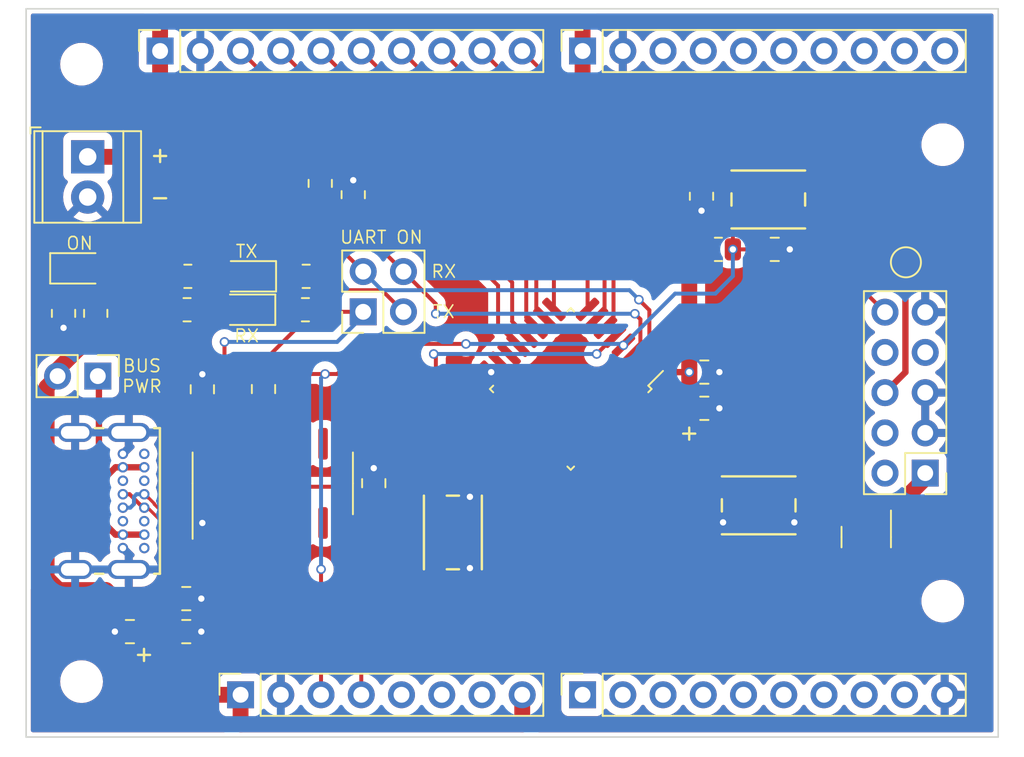
<source format=kicad_pcb>
(kicad_pcb (version 20221018) (generator pcbnew)
  (layers (0 "F.Cu" signal) (31 "B.Cu" signal) (34 "B.Paste" user) (35 "F.Paste" user) (36 "B.SilkS" user "B.Silkscreen") (37 "F.SilkS" user "F.Silkscreen") (38 "B.Mask" user) (39 "F.Mask" user) (44 "Edge.Cuts" user))
  (net 0 "")
  (net 1 "GND")
  (net 2 "Net-(U2-V3)")
  (net 3 "VCC")
  (net 4 "Net-(U2-DTR)")
  (net 5 "/NRST")
  (net 6 "Net-(D1-K)")
  (net 7 "Net-(D1-A)")
  (net 8 "Net-(D2-K)")
  (net 9 "Net-(D2-A)")
  (net 10 "Net-(J3-Pin_1)")
  (net 11 "Net-(D4-K)")
  (net 12 "Net-(D4-A)")
  (net 13 "Net-(JP1-A)")
  (net 15 "/USB_D+")
  (net 16 "/USB_D-")
  (net 20 "/PA13{slash}SWDIO")
  (net 21 "/SWO")
  (net 24 "/PA0")
  (net 25 "/PA1")
  (net 26 "/PA2")
  (net 27 "/PA3")
  (net 28 "/PA4")
  (net 29 "/PA5")
  (net 30 "/PA6")
  (net 31 "/PA7")
  (net 32 "/PA8")
  (net 33 "/PA9")
  (net 34 "/PA10")
  (net 35 "/PA11")
  (net 36 "/PA12")
  (net 37 "/PA15")
  (net 38 "/PB0")
  (net 39 "/PB1")
  (net 40 "/PB2")
  (net 41 "/PB3")
  (net 42 "/PB4")
  (net 43 "/PB5")
  (net 44 "/PB6")
  (net 45 "/PB7")
  (net 46 "/PB8")
  (net 47 "/PF3")
  (net 48 "/BOOT0")
  (net 49 "Net-(R8-Pad1)")
  (net 50 "/PY32_RX")
  (net 51 "/PY32_TX")
  (net 60 "/PY32_RXD")
  (net 61 "/PY32_TXD")
  (net 62 "/PA14{slash}SWDCLK")
  (footprint "Connector_PinSocket_2.54mm:PinSocket_1x10_P2.54mm_Vertical" (layer "F.Cu") (at 116.332 91.4908 90)
    (fp_text reference "J5" hide)
    (fp_text value "PA_HIGH")
  )
  (footprint "LED_SMD:LED_0805_2012Metric_Pad1.15x1.40mm_HandSolder" (layer "F.Cu") (at 95.0741 107.823 180)
    (fp_text reference "D1" hide)
    (fp_text value "LED")
  )
  (footprint "Puya:SW4_PTS815 SJM 250 SMTR LFS_CNK" (layer "F.Cu") (at 108.145001 121.884001 90)
    (fp_text reference "SW1" hide)
    (fp_text value "BTN_USR")
  )
  (footprint "Capacitor_SMD:C_0805_2012Metric" (layer "F.Cu") (at 124.018 111.76)
    (fp_text reference "C1" hide)
    (fp_text value "0.1uF")
  )
  (footprint "Capacitor_SMD:C_0805_2012Metric" (layer "F.Cu") (at 92.329 112.845801 90)
    (fp_text reference "C4" hide)
    (fp_text value "0.1uF")
  )
  (footprint "Puya:SW4_PTS815 SJM 250 SMTR LFS_CNK" (layer "F.Cu") (at 128.0566 100.8634 180)
    (fp_text reference "SW3" hide)
    (fp_text value "RESET")
  )
  (footprint "Capacitor_SMD:C_0805_2012Metric" (layer "F.Cu") (at 87.757 128.143 180)
    (fp_text reference "C9" hide)
    (fp_text value "10uF")
  )
  (footprint "Puya:SW4_PTS815 SJM 250 SMTR LFS_CNK" (layer "F.Cu") (at 127.4498 120.1715)
    (fp_text reference "SW2" hide)
    (fp_text value "BOOT0")
  )
  (footprint "Connector_PinHeader_2.54mm:PinHeader_2x05_P2.54mm_Vertical" (layer "F.Cu") (at 137.9626 118.1377 180)
    (fp_text reference "J3" hide)
    (fp_text value "SWD")
  )
  (footprint "MountingHole:MountingHole_2.2mm_M2" (layer "F.Cu") (at 139.0702 126.2178)
    (fp_text reference "H4" hide)
    (fp_text value "MountingHole")
  )
  (footprint "Package_TO_SOT_SMD:SOT-23" (layer "F.Cu") (at 134.239 122.174 -90)
    (fp_text reference "D3" hide)
    (fp_text value "BAT54C")
  )
  (footprint "Connector_PinSocket_2.54mm:PinSocket_1x10_P2.54mm_Vertical" (layer "F.Cu") (at 116.332 132.1308 90)
    (fp_text reference "J6" hide)
    (fp_text value "PB")
  )
  (footprint "Resistor_SMD:R_0805_2012Metric" (layer "F.Cu") (at 83.566 108.0535 90)
    (fp_text reference "R10" hide)
    (fp_text value "1K")
  )
  (footprint "Resistor_SMD:R_0805_2012Metric" (layer "F.Cu") (at 91.3657 107.823 180)
    (fp_text reference "R1" hide)
    (fp_text value "1K")
  )
  (footprint "Resistor_SMD:R_0805_2012Metric" (layer "F.Cu") (at 98.882202 105.7148 180)
    (fp_text reference "R4" hide)
    (fp_text value "1K")
  )
  (footprint "Capacitor_SMD:C_0805_2012Metric" (layer "F.Cu") (at 96.1898 112.8306 90)
    (fp_text reference "C5" hide)
    (fp_text value "100nF")
  )
  (footprint "PY32F030:PY32F030K28T6-LQFP-32_7x7mm_P0.8mm" (layer "F.Cu") (at 115.5852 112.8268 -135)
    (fp_text reference "U1" hide)
    (fp_text value "PY32F030K28T6")
  )
  (footprint "Capacitor_SMD:C_0805_2012Metric" (layer "F.Cu") (at 91.313 128.143)
    (fp_text reference "C8" hide)
    (fp_text value "0.1uF")
  )
  (footprint "Resistor_SMD:R_0805_2012Metric" (layer "F.Cu") (at 99.7712 99.8493 -90)
    (fp_text reference "R5" hide)
    (fp_text value "100K")
  )
  (footprint "LED_SMD:LED_0805_2012Metric_Pad1.15x1.40mm_HandSolder" (layer "F.Cu") (at 84.582 105.2106)
    (fp_text reference "D4" hide)
    (fp_text value "PWR_LED")
  )
  (footprint "Resistor_SMD:R_0805_2012Metric" (layer "F.Cu") (at 85.598 108.0535 -90)
    (fp_text reference "R9" hide)
    (fp_text value "1K")
  )
  (footprint "Resistor_SMD:R_0805_2012Metric" (layer "F.Cu") (at 123.8402 100.6602 -90)
    (fp_text reference "R8" hide)
    (fp_text value "100R")
  )
  (footprint "Connector_PinSocket_2.54mm:PinSocket_1x08_P2.54mm_Vertical" (layer "F.Cu") (at 94.742 132.1308 90)
    (fp_text reference "J7" hide)
    (fp_text value "UART_MCU")
  )
  (footprint "Connector_PinHeader_2.54mm:PinHeader_2x02_P2.54mm_Vertical" (layer "F.Cu") (at 102.484 107.955 90)
    (fp_text reference "J2" hide)
    (fp_text value "UART_EN")
  )
  (footprint "MountingHole:MountingHole_2.2mm_M2" (layer "F.Cu") (at 84.7038 92.3238)
    (fp_text reference "H1" hide)
    (fp_text value "MountingHole")
  )
  (footprint "Puya:CONN16_USB4085-GF-A_GCT" (layer "F.Cu") (at 88.663966 116.919985 -90)
    (fp_text reference "J1" hide)
    (fp_text value "USB4085-GF-A")
  )
  (footprint "Connector_PinSocket_2.54mm:PinSocket_1x10_P2.54mm_Vertical" (layer "F.Cu") (at 89.662 91.4908 90)
    (fp_text reference "J4" hide)
    (fp_text value "PA_LOW")
  )
  (footprint "MountingHole:MountingHole_2.2mm_M2" (layer "F.Cu") (at 139.0702 97.4038)
    (fp_text reference "H2" hide)
    (fp_text value "MountingHole")
  )
  (footprint "LED_SMD:LED_0805_2012Metric_Pad1.15x1.40mm_HandSolder" (layer "F.Cu") (at 95.123 105.7148 180)
    (fp_text reference "D2" hide)
    (fp_text value "LED")
  )
  (footprint "Capacitor_SMD:C_0805_2012Metric" (layer "F.Cu") (at 91.313 126.0602)
    (fp_text reference "C7" hide)
    (fp_text value "0.1uF")
  )
  (footprint "Capacitor_SMD:C_0805_2012Metric" (layer "F.Cu") (at 124.018 114.046)
    (fp_text reference "C2" hide)
    (fp_text value "1uF")
  )
  (footprint "MountingHole:MountingHole_2.2mm_M2" (layer "F.Cu") (at 84.7038 131.2978)
    (fp_text reference "H3" hide)
    (fp_text value "MountingHole")
  )
  (footprint "Resistor_SMD:R_0805_2012Metric" (layer "F.Cu") (at 98.8352 107.823 180)
    (fp_text reference "R3" hide)
    (fp_text value "1K")
  )
  (footprint "Resistor_SMD:R_0805_2012Metric" (layer "F.Cu") (at 124.907 104.013)
    (fp_text reference "R7" hide)
    (fp_text value "100K")
  )
  (footprint "Resistor_SMD:R_0805_2012Metric" (layer "F.Cu") (at 91.4146 105.7148 180)
    (fp_text reference "R2" hide)
    (fp_text value "1K")
  )
  (footprint "Connector_PinHeader_2.54mm:PinHeader_1x02_P2.54mm_Vertical" (layer "F.Cu") (at 85.73 112.014 -90)
    (fp_text reference "JP1" hide)
    (fp_text value "VBUS")
  )
  (footprint "Capacitor_SMD:C_0805_2012Metric" (layer "F.Cu") (at 103.1494 118.7742 -90)
    (fp_text reference "C3" hide)
    (fp_text value "0.1uF")
  )
  (footprint "Capacitor_SMD:C_0805_2012Metric" (layer "F.Cu") (at 128.463 104.013)
    (fp_text reference "C6" hide)
    (fp_text value "100nF")
  )
  (footprint "Package_SO:SOP-16_3.9x9.9mm_P1.27mm" (layer "F.Cu") (at 96.774 118.785 90)
    (fp_text reference "U2" hide)
    (fp_text value "CH340C")
  )
  (footprint "TerminalBlock_TE-Connectivity:TerminalBlock_TE_282834-2_1x02_P2.54mm_Horizontal" (layer "F.Cu") (at 85.09 98.171 -90)
    (fp_text reference "J8" hide)
    (fp_text value "EXT_PWR")
  )
  (footprint "TestPoint:TestPoint_Pad_D1.5mm" (layer "F.Cu") (at 136.7434 104.8281 -90)
    (fp_text reference "TP1" hide)
    (fp_text value "TestPoint")
  )
  (footprint "Resistor_SMD:R_0805_2012Metric" (layer "F.Cu") (at 101.854 100.5605 90)
    (fp_text reference "R6" hide)
    (fp_text value "100K")
  )
  (gr_line (start 142.5702 88.8238) (end 142.5702 134.7978) (stroke (width 0.1)) (layer "Edge.Cuts"))
  (gr_line (start 81.2038 134.7978) (end 81.2038 88.8238) (stroke (width 0.1)) (layer "Edge.Cuts"))
  (gr_line (start 81.2038 88.8238) (end 142.5702 88.8238) (stroke (width 0.1)) (layer "Edge.Cuts"))
  (gr_line (start 142.5702 134.7978) (end 81.2038 134.7978) (stroke (width 0.1)) (layer "Edge.Cuts"))
  (gr_text "UART ON" (at 103.632 103.251) (layer "F.SilkS") (effects (font (size 0.8 0.8) (thickness 0.1))))
  (gr_text "RX" (at 107.569 105.41) (layer "F.SilkS") (effects (font (size 0.8 0.8) (thickness 0.1))))
  (gr_text "TX" (at 95.123 104.14) (layer "F.SilkS") (effects (font (size 0.8 0.8) (thickness 0.1))))
  (gr_text "-" (at 89.662 100.711) (layer "F.SilkS") (effects (font (size 1 1))))
  (gr_text "+" (at 123.063 115.57) (layer "F.SilkS") (effects (font (size 1 1))))
  (gr_text "ON" (at 84.582 103.632) (layer "F.SilkS") (effects (font (size 0.8 0.8) (thickness 0.1))))
  (gr_text "+" (at 89.662 98.044) (layer "F.SilkS") (effects (font (size 1 1))))
  (gr_text "TX" (at 107.569 107.95) (layer "F.SilkS") (effects (font (size 0.8 0.8) (thickness 0.1))))
  (gr_text "RX" (at 95.123 109.474) (layer "F.SilkS") (effects (font (size 0.8 0.8) (thickness 0.1))))
  (gr_text "BUS\nPWR" (at 88.519 112.014) (layer "F.SilkS") (effects (font (size 0.8 0.8) (thickness 0.1))))
  (gr_text "+" (at 88.646 129.54) (layer "F.SilkS") (effects (font (size 1 1))))
  (via (at 86.807 128.143) (size 0.6) (drill 0.4) (layers "F.Cu" "B.Cu") (net 1))
  (via (at 124.968 111.76) (size 0.6) (drill 0.4) (layers "F.Cu" "B.Cu") (net 1))
  (via (at 92.263 128.143) (size 0.6) (drill 0.4) (layers "F.Cu" "B.Cu") (net 1))
  (via (at 101.854 99.648) (size 0.6) (drill 0.4) (layers "F.Cu" "B.Cu") (net 1))
  (via (at 103.1494 117.8242) (size 0.6) (drill 0.4) (layers "F.Cu" "B.Cu") (net 1))
  (via (at 92.263 126.0602) (size 0.6) (drill 0.4) (layers "F.Cu" "B.Cu") (net 1))
  (via (at 129.699801 121.246499) (size 0.6) (drill 0.4) (layers "F.Cu" "B.Cu") (net 1))
  (via (at 110.562408 111.763806) (size 0.6) (drill 0.4) (layers "F.Cu" "B.Cu") (net 1))
  (via (at 83.566 108.966) (size 0.6) (drill 0.4) (layers "F.Cu" "B.Cu") (net 1))
  (via (at 123.8402 101.5727) (size 0.6) (drill 0.4) (layers "F.Cu" "B.Cu") (net 1))
  (via (at 92.329 121.285) (size 0.6) (drill 0.4) (layers "F.Cu" "B.Cu") (net 1))
  (via (at 109.22 119.634) (size 0.6) (drill 0.4) (layers "F.Cu" "B.Cu") (net 1))
  (via (at 125.199799 121.246499) (size 0.6) (drill 0.4) (layers "F.Cu" "B.Cu") (net 1))
  (via (at 92.329 111.895801) (size 0.6) (drill 0.4) (layers "F.Cu" "B.Cu") (net 1))
  (via (at 109.22 124.134002) (size 0.6) (drill 0.4) (layers "F.Cu" "B.Cu") (net 1))
  (via (at 129.413 104.013) (size 0.6) (drill 0.4) (layers "F.Cu" "B.Cu") (net 1))
  (via (at 124.968 114.046) (size 0.6) (drill 0.4) (layers "F.Cu" "B.Cu") (net 1))
  (segment (start 102.4242 118.999) (end 103.1494 119.7242) (width 0.25) (layer "F.Cu") (net 2))
  (segment (start 96.139 121.285) (end 96.139 119.888) (width 0.25) (layer "F.Cu") (net 2))
  (segment (start 96.139 119.888) (end 97.028 118.999) (width 0.25) (layer "F.Cu") (net 2))
  (segment (start 97.028 118.999) (end 102.4242 118.999) (width 0.25) (layer "F.Cu") (net 2))
  (segment (start 89.535 98.171) (end 85.09 98.171) (width 1) (layer "F.Cu") (net 3))
  (segment (start 85.598 109.197003) (end 85.598 108.966) (width 1) (layer "F.Cu") (net 3))
  (segment (start 90.363 126.0602) (end 90.363 128.143) (width 1) (layer "F.Cu") (net 3))
  (segment (start 116.332 89.8778) (end 116.078 89.6238) (width 1) (layer "F.Cu") (net 3))
  (segment (start 89.662 98.044) (end 89.662 91.4908) (width 1) (layer "F.Cu") (net 3))
  (segment (start 89.535 98.171) (end 89.662 98.044) (width 1) (layer "F.Cu") (net 3))
  (segment (start 116.332 91.4908) (end 116.332 89.8778) (width 1) (layer "F.Cu") (net 3))
  (segment (start 94.742 132.1308) (end 92.6948 132.1308) (width 1) (layer "F.Cu") (net 3))
  (segment (start 83.19 112.014) (end 83.19 111.605003) (width 1) (layer "F.Cu") (net 3))
  (segment (start 119.507 101.981) (end 119.507 96.393) (width 1) (layer "F.Cu") (net 3))
  (segment (start 121.412 103.886) (end 119.507 101.981) (width 1) (layer "F.Cu") (net 3))
  (segment (start 83.260488 125.51997) (end 82.498966 124.758448) (width 1) (layer "F.Cu") (net 3))
  (segment (start 123.068 111.76) (end 123.068 104.9395) (width 1) (layer "F.Cu") (net 3))
  (segment (start 123.8675 103.886) (end 121.412 103.886) (width 1) (layer "F.Cu") (net 3))
  (segment (start 123.068 111.76) (end 123.068 114.046) (width 1) (layer "F.Cu") (net 3))
  (segment (start 123.064901 111.763099) (end 123.068 111.76) (width 0.4) (layer "F.Cu") (net 3))
  (segment (start 119.507 96.393) (end 116.332 93.218) (width 1) (layer "F.Cu") (net 3))
  (segment (start 82.498966 124.758448) (end 82.498966 112.705034) (width 1) (layer "F.Cu") (net 3))
  (segment (start 94.759 133.9978) (end 112.522 133.9978) (width 1) (layer "F.Cu") (net 3))
  (segment (start 90.4532 99.0892) (end 89.535 98.171) (width 1) (layer "F.Cu") (net 3))
  (segment (start 89.662 89.6408) (end 89.679 89.6238) (width 1) (layer "F.Cu") (net 3))
  (segment (start 90.4532 105.7402) (end 90.4532 99.0892) (width 1) (layer "F.Cu") (net 3))
  (segment (start 83.19 111.605003) (end 85.598 109.197003) (width 1) (layer "F.Cu") (net 3))
  (segment (start 91.570801 113.795801) (end 92.329 113.795801) (width 1) (layer "F.Cu") (net 3))
  (segment (start 92.329 116.285) (end 92.329 113.795801) (width 0.4) (layer "F.Cu") (net 3))
  (segment (start 90.4532 99.0892) (end 99.6188 99.0892) (width 1) (layer "F.Cu") (net 3))
  (segment (start 134.239 123.1115) (end 133.224418 123.1115) (width 1) (layer "F.Cu") (net 3))
  (segment (start 125.222 116.459) (end 123.068 114.305) (width 1) (layer "F.Cu") (net 3))
  (segment (start 112.522 133.9978) (end 112.522 132.1308) (width 1) (layer "F.Cu") (net 3))
  (segment (start 88.707 128.143) (end 88.707 127.974497) (width 1) (layer "F.Cu") (net 3))
  (segment (start 131.826 117.348) (end 130.937 116.459) (width 1) (layer "F.Cu") (net 3))
  (segment (start 90.424 109.717704) (end 90.424 112.649) (width 1) (layer "F.Cu") (net 3))
  (segment (start 99.6188 99.0892) (end 99.7712 98.9368) (width 1) (layer "F.Cu") (net 3))
  (segment (start 82.498966 112.705034) (end 83.19 112.014) (width 1) (layer "F.Cu") (net 3))
  (segment (start 123.068 104.9395) (end 123.9945 104.013) (width 1) (layer "F.Cu") (net 3))
  (segment (start 85.598 108.966) (end 89.3102 108.966) (width 1) (layer "F.Cu") (net 3))
  (segment (start 88.707 128.143) (end 90.363 128.143) (width 1) (layer "F.Cu") (net 3))
  (segment (start 92.6948 132.1308) (end 88.707 128.143) (width 1) (layer "F.Cu") (net 3))
  (segment (start 90.4532 107.823) (end 90.4532 105.7402) (width 1) (layer "F.Cu") (net 3))
  (segment (start 123.068 114.305) (end 123.068 114.046) (width 1) (layer "F.Cu") (net 3))
  (segment (start 89.662 91.4908) (end 89.662 89.6408) (width 1) (layer "F.Cu") (net 3))
  (segment (start 90.4532 107.823) (end 90.4532 109.688504) (width 1) (layer "F.Cu") (net 3))
  (segment (start 130.937 116.459) (end 125.222 116.459) (width 1) (layer "F.Cu") (net 3))
  (segment (start 94.742 132.1308) (end 94.742 133.9808) (width 1) (layer "F.Cu") (net 3))
  (segment (start 89.3102 108.966) (end 90.4532 107.823) (width 1) (layer "F.Cu") (net 3))
  (segment (start 133.224418 123.1115) (end 131.826 121.713082) (width 1) (layer "F.Cu") (net 3))
  (segment (start 131.826 121.713082) (end 131.826 117.348) (width 1) (layer "F.Cu") (net 3))
  (segment (start 88.707 127.974497) (end 86.252473 125.51997) (width 1) (layer "F.Cu") (net 3))
  (segment (start 120.607284 111.763099) (end 123.064901 111.763099) (width 0.4) (layer "F.Cu") (net 3))
  (segment (start 86.252473 125.51997) (end 83.260488 125.51997) (width 1) (layer "F.Cu") (net 3))
  (segment (start 90.4532 109.688504) (end 90.424 109.717704) (width 1) (layer "F.Cu") (net 3))
  (segment (start 123.9945 104.013) (end 123.8675 103.886) (width 1) (layer "F.Cu") (net 3))
  (segment (start 94.742 133.9808) (end 94.759 133.9978) (width 1) (layer "F.Cu") (net 3))
  (segment (start 116.332 93.218) (end 116.332 91.4908) (width 1) (layer "F.Cu") (net 3))
  (segment (start 89.679 89.6238) (end 116.078 89.6238) (width 1) (layer "F.Cu") (net 3))
  (segment (start 90.424 112.649) (end 91.570801 113.795801) (width 1) (layer "F.Cu") (net 3))
  (via (at 123.068 111.76) (size 0.6) (drill 0.4) (layers "F.Cu" "B.Cu") (net 3))
  (segment (start 96.139 116.285) (end 96.139 113.8314) (width 0.25) (layer "F.Cu") (net 4))
  (segment (start 96.139 113.8314) (end 96.1898 113.7806) (width 0.25) (layer "F.Cu") (net 4))
  (segment (start 125.8195 104.013) (end 125.8195 101.9513) (width 0.25) (layer "F.Cu") (net 5))
  (segment (start 96.1898 111.8806) (end 100.076 111.8806) (width 0.25) (layer "F.Cu") (net 5))
  (segment (start 135.4226 107.9777) (end 132.08 104.6351) (width 0.25) (layer "F.Cu") (net 5))
  (segment (start 131.148399 101.938399) (end 130.306601 101.938399) (width 0.25) (layer "F.Cu") (net 5))
  (segment (start 125.8195 101.9513) (end 125.806599 101.938399) (width 0.25) (layer "F.Cu") (net 5))
  (segment (start 127.513 104.013) (end 125.8195 104.013) (width 0.25) (layer "F.Cu") (net 5))
  (segment (start 100.8444 111.8806) (end 102.743 109.982) (width 0.25) (layer "F.Cu") (net 5))
  (segment (start 132.08 102.87) (end 131.148399 101.938399) (width 0.25) (layer "F.Cu") (net 5))
  (segment (start 102.743 109.982) (end 108.966 109.982) (width 0.25) (layer "F.Cu") (net 5))
  (segment (start 125.806599 101.938399) (end 130.306601 101.938399) (width 0.25) (layer "F.Cu") (net 5))
  (segment (start 132.08 104.6351) (end 132.08 102.87) (width 0.25) (layer "F.Cu") (net 5))
  (segment (start 100.076 111.8806) (end 100.8444 111.8806) (width 0.25) (layer "F.Cu") (net 5))
  (segment (start 99.822 132.1308) (end 99.822 124.206) (width 0.25) (layer "F.Cu") (net 5))
  (via (at 108.966 109.982) (size 0.6) (drill 0.4) (layers "F.Cu" "B.Cu") (net 5))
  (via (at 125.8195 104.013) (size 0.6) (drill 0.4) (layers "F.Cu" "B.Cu") (net 5))
  (via (at 99.822 124.206) (size 0.6) (drill 0.4) (layers "F.Cu" "B.Cu") (net 5))
  (via (at 100.076 111.8806) (size 0.6) (drill 0.4) (layers "F.Cu" "B.Cu") (net 5))
  (via (at 118.910935 110.06675) (size 0.6) (drill 0.4) (layers "F.Cu" "B.Cu") (net 5))
  (segment (start 118.910935 110.06675) (end 122.170685 106.807) (width 0.25) (layer "B.Cu") (net 5))
  (segment (start 118.826185 109.982) (end 118.910935 110.06675) (width 0.25) (layer "B.Cu") (net 5))
  (segment (start 125.8195 105.7015) (end 124.714 106.807) (width 0.25) (layer "B.Cu") (net 5))
  (segment (start 99.822 112.1346) (end 100.076 111.8806) (width 0.25) (layer "B.Cu") (net 5))
  (segment (start 99.822 124.206) (end 99.822 112.1346) (width 0.25) (layer "B.Cu") (net 5))
  (segment (start 108.966 109.982) (end 118.826185 109.982) (width 0.25) (layer "B.Cu") (net 5))
  (segment (start 125.8195 104.013) (end 125.8195 105.7015) (width 0.25) (layer "B.Cu") (net 5))
  (segment (start 122.170685 106.807) (end 124.714 106.807) (width 0.25) (layer "B.Cu") (net 5))
  (segment (start 97.9227 107.823) (end 96.0991 107.823) (width 0.25) (layer "F.Cu") (net 6))
  (segment (start 94.0491 107.823) (end 92.2782 107.823) (width 0.25) (layer "F.Cu") (net 7))
  (segment (start 97.969702 105.7148) (end 96.148 105.7148) (width 0.25) (layer "F.Cu") (net 8))
  (segment (start 94.098 105.7148) (end 92.3271 105.7148) (width 0.25) (layer "F.Cu") (net 9))
  (segment (start 137.9626 118.4629) (end 135.189 121.2365) (width 1) (layer "F.Cu") (net 10))
  (segment (start 135.189 121.2365) (end 133.289 121.2365) (width 1) (layer "F.Cu") (net 10))
  (segment (start 137.9626 118.1377) (end 137.9626 118.4629) (width 1) (layer "F.Cu") (net 10))
  (segment (start 83.557 107.132) (end 83.566 107.141) (width 0.25) (layer "F.Cu") (net 11))
  (segment (start 83.557 105.2106) (end 83.557 107.132) (width 0.25) (layer "F.Cu") (net 11))
  (segment (start 85.607 105.2106) (end 85.607 107.132) (width 0.25) (layer "F.Cu") (net 12))
  (segment (start 85.607 107.132) (end 85.598 107.141) (width 0.25) (layer "F.Cu") (net 12))
  (segment (start 88.663966 122.019985) (end 87.313966 122.019985) (width 0.4) (layer "F.Cu") (net 13))
  (segment (start 85.979 118.637979) (end 85.979 121.151992) (width 0.4) (layer "F.Cu") (net 13))
  (segment (start 87.313966 117.769986) (end 86.846993 117.769986) (width 0.4) (layer "F.Cu") (net 13))
  (segment (start 85.979 121.151992) (end 86.846993 122.019985) (width 0.4) (layer "F.Cu") (net 13))
  (segment (start 88.663966 117.769986) (end 87.313966 117.769986) (width 0.4) (layer "F.Cu") (net 13))
  (segment (start 86.846993 122.019985) (end 87.313966 122.019985) (width 0.4) (layer "F.Cu") (net 13))
  (segment (start 86.846993 117.769986) (end 85.98899 118.62799) (width 0.4) (layer "F.Cu") (net 13))
  (segment (start 85.798966 112.082966) (end 85.798966 118.437966) (width 0.4) (layer "F.Cu") (net 13))
  (segment (start 85.798966 118.437966) (end 85.98899 118.62799) (width 0.4) (layer "F.Cu") (net 13))
  (segment (start 85.98899 118.62799) (end 85.979 118.637979) (width 0.4) (layer "F.Cu") (net 13))
  (segment (start 85.73 112.014) (end 85.798966 112.082966) (width 0.4) (layer "F.Cu") (net 13))
  (segment (start 97.819 122.395) (end 97.409 121.985) (width 0.2) (layer "F.Cu") (net 15))
  (segment (start 89.294166 120.058948) (end 89.294166 120.100185) (width 0.2) (layer "F.Cu") (net 15))
  (segment (start 97.5698 123.092) (end 97.819 122.8428) (width 0.2) (layer "F.Cu") (net 15))
  (segment (start 88.925004 119.689786) (end 89.294166 120.058948) (width 0.2) (layer "F.Cu") (net 15))
  (segment (start 89.294166 120.100185) (end 90.776 121.582019) (width 0.2) (layer "F.Cu") (net 15))
  (segment (start 88.883767 119.689786) (end 88.925004 119.689786) (width 0.2) (layer "F.Cu") (net 15))
  (segment (start 88.663966 119.469985) (end 88.883767 119.689786) (width 0.2) (layer "F.Cu") (net 15))
  (segment (start 90.776 122.3348) (end 91.5332 123.092) (width 0.2) (layer "F.Cu") (net 15))
  (segment (start 91.5332 123.092) (end 97.5698 123.092) (width 0.2) (layer "F.Cu") (net 15))
  (segment (start 90.776 121.582019) (end 90.776 122.3348) (width 0.2) (layer "F.Cu") (net 15))
  (segment (start 97.819 122.8428) (end 97.819 122.395) (width 0.2) (layer "F.Cu") (net 15))
  (segment (start 97.409 121.985) (end 97.409 121.285) (width 0.2) (layer "F.Cu") (net 15))
  (segment (start 88.175015 119.469985) (end 88.663966 119.469985) (width 0.25) (layer "B.Cu") (net 15))
  (segment (start 87.780939 120.319986) (end 88.011 120.089925) (width 0.25) (layer "B.Cu") (net 15))
  (segment (start 87.313966 120.319986) (end 87.780939 120.319986) (width 0.25) (layer "B.Cu") (net 15))
  (segment (start 88.011 119.634) (end 88.175015 119.469985) (width 0.25) (layer "B.Cu") (net 15))
  (segment (start 88.011 120.089925) (end 88.011 119.634) (width 0.25) (layer "B.Cu") (net 15))
  (segment (start 98.679 121.985) (end 98.679 121.285) (width 0.2) (layer "F.Cu") (net 16))
  (segment (start 87.313966 119.469985) (end 87.737373 119.469985) (width 0.25) (layer "F.Cu") (net 16))
  (segment (start 98.269 122.395) (end 98.679 121.985) (width 0.2) (layer "F.Cu") (net 16))
  (segment (start 98.269 123.0292) (end 98.269 122.395) (width 0.2) (layer "F.Cu") (net 16))
  (segment (start 90.326 122.5212) (end 91.3468 123.542) (width 0.2) (layer "F.Cu") (net 16))
  (segment (start 87.737373 119.469985) (end 88.587374 120.319986) (width 0.25) (layer "F.Cu") (net 16))
  (segment (start 88.587374 120.319986) (end 88.663966 120.319986) (width 0.25) (layer "F.Cu") (net 16))
  (segment (start 91.3468 123.542) (end 97.7562 123.542) (width 0.2) (layer "F.Cu") (net 16))
  (segment (start 88.87757 120.319986) (end 90.326 121.768416) (width 0.2) (layer "F.Cu") (net 16))
  (segment (start 90.326 121.768416) (end 90.326 122.5212) (width 0.2) (layer "F.Cu") (net 16))
  (segment (start 97.7562 123.542) (end 98.269 123.0292) (width 0.2) (layer "F.Cu") (net 16))
  (segment (start 88.663966 120.319986) (end 88.87757 120.319986) (width 0.2) (layer "F.Cu") (net 16))
  (segment (start 136.7126 111.7677) (end 135.4226 113.0577) (width 0.4) (layer "F.Cu") (net 21))
  (segment (start 136.7434 104.8281) (end 136.7126 104.8589) (width 0.4) (layer "F.Cu") (net 21))
  (segment (start 136.7126 104.8589) (end 136.7126 111.7677) (width 0.4) (layer "F.Cu") (net 21))
  (segment (start 117.779564 108.935379) (end 118.284931 108.430012) (width 0.25) (layer "F.Cu") (net 24))
  (segment (start 118.284931 108.430012) (end 118.284931 97.253731) (width 0.25) (layer "F.Cu") (net 24))
  (segment (start 118.284931 97.253731) (end 112.522 91.4908) (width 0.25) (layer "F.Cu") (net 24))
  (segment (start 117.719246 99.228046) (end 109.982 91.4908) (width 0.25) (layer "F.Cu") (net 25))
  (segment (start 117.719246 107.864327) (end 117.719246 99.228046) (width 0.25) (layer "F.Cu") (net 25))
  (segment (start 117.213879 108.369694) (end 117.719246 107.864327) (width 0.25) (layer "F.Cu") (net 25))
  (segment (start 116.648194 107.804008) (end 116.648194 100.696994) (width 0.25) (layer "F.Cu") (net 26))
  (segment (start 116.648194 100.696994) (end 107.442 91.4908) (width 0.25) (layer "F.Cu") (net 26))
  (segment (start 114.521499 107.804716) (end 114.521499 101.110299) (width 0.25) (layer "F.Cu") (net 27))
  (segment (start 114.521499 101.110299) (end 104.902 91.4908) (width 0.25) (layer "F.Cu") (net 27))
  (segment (start 113.411 107.824173) (end 113.411 102.5398) (width 0.25) (layer "F.Cu") (net 28))
  (segment (start 113.411 102.5398) (end 102.362 91.4908) (width 0.25) (layer "F.Cu") (net 28))
  (segment (start 113.956521 108.369694) (end 113.411 107.824173) (width 0.25) (layer "F.Cu") (net 28))
  (segment (start 112.776 104.4448) (end 99.822 91.4908) (width 0.25) (layer "F.Cu") (net 29))
  (segment (start 113.390836 108.935379) (end 112.776 108.320543) (width 0.25) (layer "F.Cu") (net 29))
  (segment (start 112.776 108.320543) (end 112.776 104.4448) (width 0.25) (layer "F.Cu") (net 29))
  (segment (start 112.82515 109.501065) (end 111.887 108.562915) (width 0.25) (layer "F.Cu") (net 30))
  (segment (start 111.887 106.0958) (end 97.282 91.4908) (width 0.25) (layer "F.Cu") (net 30))
  (segment (start 111.887 108.562915) (end 111.887 106.0958) (width 0.25) (layer "F.Cu") (net 30))
  (segment (start 112.259465 110.06675) (end 110.998 108.805285) (width 0.25) (layer "F.Cu") (net 31))
  (segment (start 97.3582 94.107) (end 94.742 91.4908) (width 0.25) (layer "F.Cu") (net 31))
  (segment (start 98.806 94.107) (end 97.3582 94.107) (width 0.25) (layer "F.Cu") (net 31))
  (segment (start 110.998 106.299) (end 98.806 94.107) (width 0.25) (layer "F.Cu") (net 31))
  (segment (start 110.998 108.805285) (end 110.998 106.299) (width 0.25) (layer "F.Cu") (net 31))
  (segment (start 107.070002 119.634) (end 107.070002 124.134002) (width 0.25) (layer "F.Cu") (net 47))
  (segment (start 118.337784 109.500216) (end 117.221 110.617) (width 0.25) (layer "F.Cu") (net 47))
  (segment (start 107.070002 124.134002) (end 107.070002 124.196998) (width 0.25) (layer "F.Cu") (net 47))
  (segment (start 102.362 128.905) (end 102.362 132.1308) (width 0.25) (layer "F.Cu") (net 47))
  (segment (start 107.070002 110.753002) (end 107.070002 119.634) (width 0.25) (layer "F.Cu") (net 47))
  (segment (start 107.070002 124.196998) (end 102.362 128.905) (width 0.25) (layer "F.Cu") (net 47))
  (segment (start 106.934 110.617) (end 107.070002 110.753002) (width 0.25) (layer "F.Cu") (net 47))
  (segment (start 118.344401 109.500216) (end 118.337784 109.500216) (width 0.25) (layer "F.Cu") (net 47))
  (via (at 106.934 110.617) (size 0.6) (drill 0.4) (layers "F.Cu" "B.Cu") (net 47))
  (via (at 117.221 110.617) (size 0.6) (drill 0.4) (layers "F.Cu" "B.Cu") (net 47))
  (segment (start 117.221 110.617) (end 106.934 110.617) (width 0.25) (layer "B.Cu") (net 47))
  (segment (start 124.683328 119.096501) (end 125.199799 119.096501) (width 0.25) (layer "F.Cu") (net 48))
  (segment (start 125.199799 119.096501) (end 129.699801 119.096501) (width 0.25) (layer "F.Cu") (net 48))
  (segment (start 120.042306 114.455479) (end 124.683328 119.096501) (width 0.25) (layer "F.Cu") (net 48))
  (segment (start 125.806599 99.788401) (end 130.306601 99.788401) (width 0.25) (layer "F.Cu") (net 49))
  (segment (start 123.8402 99.7477) (end 125.765898 99.7477) (width 0.25) (layer "F.Cu") (net 49))
  (segment (start 125.765898 99.7477) (end 125.806599 99.788401) (width 0.25) (layer "F.Cu") (net 49))
  (segment (start 120.547673 107.847673) (end 119.888 107.188) (width 0.25) (layer "F.Cu") (net 50))
  (segment (start 120.042306 111.198121) (end 120.547673 110.692754) (width 0.25) (layer "F.Cu") (net 50))
  (segment (start 99.7712 102.7022) (end 99.7712 100.7618) (width 0.25) (layer "F.Cu") (net 50))
  (segment (start 120.547673 110.692754) (end 120.547673 107.847673) (width 0.25) (layer "F.Cu") (net 50))
  (segment (start 102.484 105.415) (end 99.7712 102.7022) (width 0.25) (layer "F.Cu") (net 50))
  (via (at 119.888 107.188) (size 0.6) (drill 0.4) (layers "F.Cu" "B.Cu") (net 50))
  (segment (start 119.888 107.188) (end 119.29 106.59) (width 0.25) (layer "B.Cu") (net 50))
  (segment (start 119.29 106.59) (end 103.659 106.59) (width 0.25) (layer "B.Cu") (net 50))
  (segment (start 103.659 106.59) (end 102.484 105.415) (width 0.25) (layer "B.Cu") (net 50))
  (segment (start 105.024 105.415) (end 101.854 102.245) (width 0.25) (layer "F.Cu") (net 51))
  (segment (start 119.476621 110.632436) (end 119.491564 110.632436) (width 0.25) (layer "F.Cu") (net 51))
  (segment (start 119.981987 110.142013) (end 119.981987 108.424987) (width 0.25) (layer "F.Cu") (net 51))
  (segment (start 107.061 108.077) (end 107.061 107.452) (width 0.25) (layer "F.Cu") (net 51))
  (segment (start 101.854 102.245) (end 101.854 101.473) (width 0.25) (layer "F.Cu") (net 51))
  (segment (start 107.061 107.452) (end 105.024 105.415) (width 0.25) (layer "F.Cu") (net 51))
  (segment (start 119.491564 110.632436) (end 119.981987 110.142013) (width 0.25) (layer "F.Cu") (net 51))
  (segment (start 119.981987 108.424987) (end 119.634 108.077) (width 0.25) (layer "F.Cu") (net 51))
  (via (at 107.061 108.077) (size 0.6) (drill 0.4) (layers "F.Cu" "B.Cu") (net 51))
  (via (at 119.634 108.077) (size 0.6) (drill 0.4) (layers "F.Cu" "B.Cu") (net 51))
  (segment (start 119.634 108.077) (end 107.061 108.077) (width 0.25) (layer "B.Cu") (net 51))
  (segment (start 93.726 114.486249) (end 92.974 115.238249) (width 0.25) (layer "F.Cu") (net 60))
  (segment (start 99.8797 107.955) (end 102.484 107.955) (width 0.25) (layer "F.Cu") (net 60))
  (segment (start 92.974 115.238249) (end 92.974 120.66) (width 0.25) (layer "F.Cu") (net 60))
  (segment (start 92.974 120.66) (end 93.599 121.285) (width 0.25) (layer "F.Cu") (net 60))
  (segment (start 93.726 109.855) (end 93.726 114.486249) (width 0.25) (layer "F.Cu") (net 60))
  (segment (start 99.7477 107.823) (end 99.8797 107.955) (width 0.25) (layer "F.Cu") (net 60))
  (via (at 93.726 109.855) (size 0.6) (drill 0.4) (layers "F.Cu" "B.Cu") (net 60))
  (segment (start 102.484 107.955) (end 102.484 108.209) (width 0.25) (layer "B.Cu") (net 60))
  (segment (start 100.838 109.855) (end 93.726 109.855) (width 0.25) (layer "B.Cu") (net 60))
  (segment (start 102.484 108.209) (end 100.838 109.855) (width 0.25) (layer "B.Cu") (net 60))
  (segment (start 96.273373 110.998) (end 95.534227 110.998) (width 0.25) (layer "F.Cu") (net 61))
  (segment (start 98.806 107.239027) (end 98.806 108.465373) (width 0.25) (layer "F.Cu") (net 61))
  (segment (start 94.244 120.66) (end 94.869 121.285) (width 0.25) (layer "F.Cu") (net 61))
  (segment (start 100.669902 106.59) (end 103.659 106.59) (width 0.25) (layer "F.Cu") (net 61))
  (segment (start 95.534227 110.998) (end 94.244 112.288227) (width 0.25) (layer "F.Cu") (net 61))
  (segment (start 99.794702 105.7148) (end 100.669902 106.59) (width 0.25) (layer "F.Cu") (net 61))
  (segment (start 94.244 112.288227) (end 94.244 120.66) (width 0.25) (layer "F.Cu") (net 61))
  (segment (start 100.669902 106.59) (end 99.455027 106.59) (width 0.25) (layer "F.Cu") (net 61))
  (segment (start 98.806 108.465373) (end 96.273373 110.998) (width 0.25) (layer "F.Cu") (net 61))
  (segment (start 99.455027 106.59) (end 98.806 107.239027) (width 0.25) (layer "F.Cu") (net 61))
  (segment (start 103.659 106.59) (end 105.024 107.955) (width 0.25) (layer "F.Cu") (net 61))
  (zone (net 1) (net_name "GND") (layers "F&B.Cu") (connect_pads (clearance 0.5)) (min_thickness 0.25) (fill yes (thermal_gap 0.5) (thermal_bridge_width 0.5))
    (polygon (pts (xy 142.621 134.747) (xy 81.153 134.747) (xy 81.153 88.773) (xy 142.621 88.773)))
  )
)
</source>
